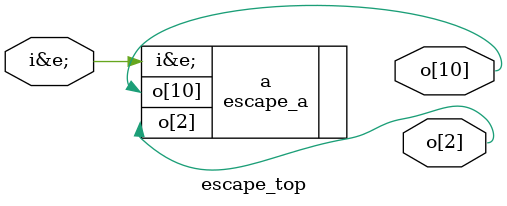
<source format=v>
module escape_top (/*AUTOARG*/
   // Outputs
   \o[2] , \o[10] ,
   // Inputs
   \i&e; 
   );

   /*AUTOINPUT*/
   // Beginning of automatic inputs (from unused autoinst inputs)
   input		\i&e; ;			// To a of escape_a.v
   // End of automatics
   /*AUTOOUTPUT*/
   // Beginning of automatic outputs (from unused autoinst outputs)
   output		\o[10] ;		// From a of escape_a.v
   output		\o[2] ;			// From a of escape_a.v
   // End of automatics

   escape_a a (/*AUTOINST*/
	       // Outputs
	       .\o[10] 			(\o[10] ),
	       .\o[2] 			(\o[2] ),
	       // Inputs
	       .\i&e; 			(\i&e; ));

endmodule

</source>
